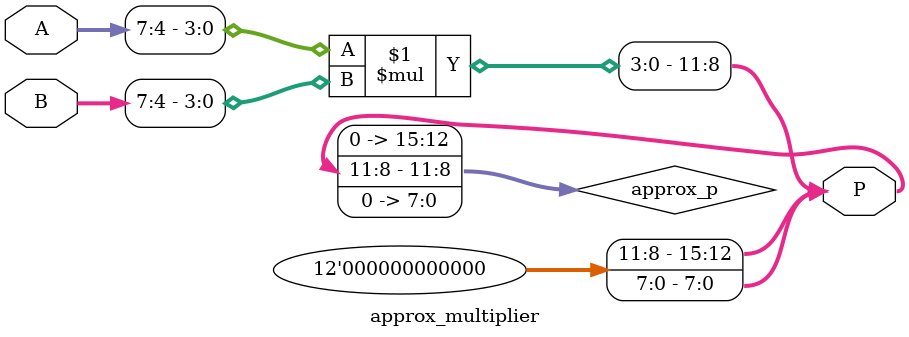
<source format=v>
`timescale 1ns / 1ps


module approx_multiplier #(parameter N = 8)(
input  [N-1:0] A, B,
    output [2*N-1:0] P
    );
    
    wire [2*N-1:0] approx_p;

    // Approximate using only upper 4 bits of A and B
    assign approx_p = {((A[7:4]) * (B[7:4])), 8'b0};

    assign P = approx_p;
endmodule

</source>
